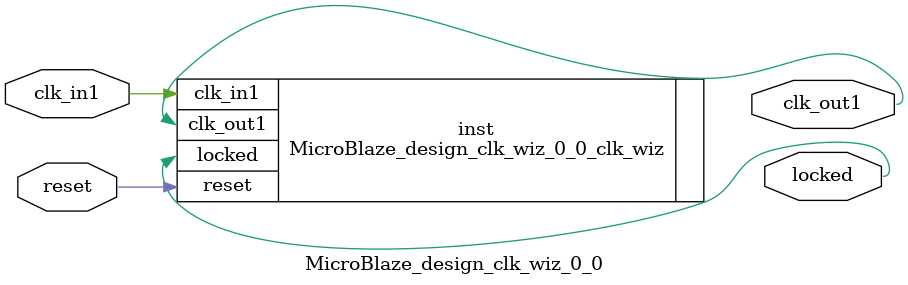
<source format=v>


`timescale 1ps/1ps

(* CORE_GENERATION_INFO = "MicroBlaze_design_clk_wiz_0_0,clk_wiz_v6_0_10_0_0,{component_name=MicroBlaze_design_clk_wiz_0_0,use_phase_alignment=true,use_min_o_jitter=false,use_max_i_jitter=false,use_dyn_phase_shift=false,use_inclk_switchover=false,use_dyn_reconfig=false,enable_axi=0,feedback_source=FDBK_AUTO,PRIMITIVE=MMCM,num_out_clk=1,clkin1_period=10.000,clkin2_period=10.000,use_power_down=false,use_reset=true,use_locked=true,use_inclk_stopped=false,feedback_type=SINGLE,CLOCK_MGR_TYPE=NA,manual_override=false}" *)

module MicroBlaze_design_clk_wiz_0_0 
 (
  // Clock out ports
  output        clk_out1,
  // Status and control signals
  input         reset,
  output        locked,
 // Clock in ports
  input         clk_in1
 );

  MicroBlaze_design_clk_wiz_0_0_clk_wiz inst
  (
  // Clock out ports  
  .clk_out1(clk_out1),
  // Status and control signals               
  .reset(reset), 
  .locked(locked),
 // Clock in ports
  .clk_in1(clk_in1)
  );

endmodule

</source>
